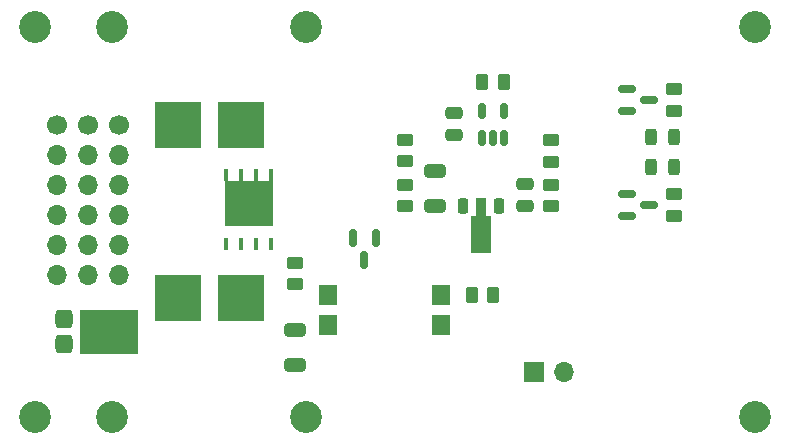
<source format=gbr>
%TF.GenerationSoftware,KiCad,Pcbnew,8.0.0*%
%TF.CreationDate,2024-11-10T13:42:00+01:00*%
%TF.ProjectId,polarizing_coil_driver,706f6c61-7269-47a6-996e-675f636f696c,rev?*%
%TF.SameCoordinates,Original*%
%TF.FileFunction,Soldermask,Top*%
%TF.FilePolarity,Negative*%
%FSLAX46Y46*%
G04 Gerber Fmt 4.6, Leading zero omitted, Abs format (unit mm)*
G04 Created by KiCad (PCBNEW 8.0.0) date 2024-11-10 13:42:00*
%MOMM*%
%LPD*%
G01*
G04 APERTURE LIST*
G04 Aperture macros list*
%AMRoundRect*
0 Rectangle with rounded corners*
0 $1 Rounding radius*
0 $2 $3 $4 $5 $6 $7 $8 $9 X,Y pos of 4 corners*
0 Add a 4 corners polygon primitive as box body*
4,1,4,$2,$3,$4,$5,$6,$7,$8,$9,$2,$3,0*
0 Add four circle primitives for the rounded corners*
1,1,$1+$1,$2,$3*
1,1,$1+$1,$4,$5*
1,1,$1+$1,$6,$7*
1,1,$1+$1,$8,$9*
0 Add four rect primitives between the rounded corners*
20,1,$1+$1,$2,$3,$4,$5,0*
20,1,$1+$1,$4,$5,$6,$7,0*
20,1,$1+$1,$6,$7,$8,$9,0*
20,1,$1+$1,$8,$9,$2,$3,0*%
%AMFreePoly0*
4,1,9,3.862500,-0.866500,0.737500,-0.866500,0.737500,-0.450000,-0.737500,-0.450000,-0.737500,0.450000,0.737500,0.450000,0.737500,0.866500,3.862500,0.866500,3.862500,-0.866500,3.862500,-0.866500,$1*%
G04 Aperture macros list end*
%ADD10C,0.000000*%
%ADD11C,2.700000*%
%ADD12C,1.700000*%
%ADD13O,1.700000X1.700000*%
%ADD14RoundRect,0.150000X-0.587500X-0.150000X0.587500X-0.150000X0.587500X0.150000X-0.587500X0.150000X0*%
%ADD15RoundRect,0.360000X0.360000X0.440000X-0.360000X0.440000X-0.360000X-0.440000X0.360000X-0.440000X0*%
%ADD16R,4.960000X3.800000*%
%ADD17R,1.500000X1.780000*%
%ADD18RoundRect,0.250000X-0.450000X0.262500X-0.450000X-0.262500X0.450000X-0.262500X0.450000X0.262500X0*%
%ADD19R,4.000000X4.000000*%
%ADD20RoundRect,0.150000X0.150000X-0.512500X0.150000X0.512500X-0.150000X0.512500X-0.150000X-0.512500X0*%
%ADD21RoundRect,0.250000X0.450000X-0.262500X0.450000X0.262500X-0.450000X0.262500X-0.450000X-0.262500X0*%
%ADD22RoundRect,0.150000X-0.150000X0.587500X-0.150000X-0.587500X0.150000X-0.587500X0.150000X0.587500X0*%
%ADD23R,1.700000X1.700000*%
%ADD24RoundRect,0.250000X0.650000X-0.325000X0.650000X0.325000X-0.650000X0.325000X-0.650000X-0.325000X0*%
%ADD25RoundRect,0.243750X0.243750X0.456250X-0.243750X0.456250X-0.243750X-0.456250X0.243750X-0.456250X0*%
%ADD26RoundRect,0.250000X-0.262500X-0.450000X0.262500X-0.450000X0.262500X0.450000X-0.262500X0.450000X0*%
%ADD27RoundRect,0.250000X0.475000X-0.250000X0.475000X0.250000X-0.475000X0.250000X-0.475000X-0.250000X0*%
%ADD28RoundRect,0.250000X-0.475000X0.250000X-0.475000X-0.250000X0.475000X-0.250000X0.475000X0.250000X0*%
%ADD29RoundRect,0.243750X-0.243750X-0.456250X0.243750X-0.456250X0.243750X0.456250X-0.243750X0.456250X0*%
%ADD30R,0.457200X1.016000*%
%ADD31R,3.988000X3.835000*%
%ADD32RoundRect,0.225000X-0.225000X0.425000X-0.225000X-0.425000X0.225000X-0.425000X0.225000X0.425000X0*%
%ADD33FreePoly0,270.000000*%
G04 APERTURE END LIST*
D10*
%TO.C,Q4*%
G36*
X123628900Y-120355433D02*
G01*
X119641100Y-120355433D01*
X119641100Y-116520033D01*
X123628900Y-116520033D01*
X123628900Y-120355433D01*
G37*
%TD*%
D11*
%TO.C,H3*%
X126500000Y-103500000D03*
%TD*%
D12*
%TO.C,J4*%
X105400000Y-111813245D03*
D13*
X105400000Y-114353245D03*
X105400000Y-116893245D03*
X105400000Y-119433245D03*
X105400000Y-121973245D03*
X105400000Y-124513245D03*
%TD*%
D14*
%TO.C,Q3*%
X153650000Y-117650000D03*
X153650000Y-119550000D03*
X155525000Y-118600000D03*
%TD*%
D15*
%TO.C,D3*%
X106000000Y-128270000D03*
X106000000Y-130400000D03*
D16*
X109800000Y-129335000D03*
%TD*%
D11*
%TO.C,H2*%
X103500000Y-136500000D03*
%TD*%
D17*
%TO.C,U3*%
X137865000Y-128770000D03*
X137865000Y-126230000D03*
X128335000Y-126230000D03*
X128335000Y-128770000D03*
%TD*%
D11*
%TO.C,H4*%
X164500000Y-136500000D03*
%TD*%
D18*
%TO.C,R8*%
X157587500Y-117687500D03*
X157587500Y-119512500D03*
%TD*%
D11*
%TO.C,H1*%
X103500000Y-103500000D03*
%TD*%
D18*
%TO.C,R6*%
X125500000Y-123487500D03*
X125500000Y-125312500D03*
%TD*%
D12*
%TO.C,J3*%
X108000000Y-111813245D03*
D13*
X108000000Y-114353245D03*
X108000000Y-116893245D03*
X108000000Y-119433245D03*
X108000000Y-121973245D03*
X108000000Y-124513245D03*
%TD*%
D11*
%TO.C,H5*%
X126500000Y-136500000D03*
%TD*%
D19*
%TO.C,TP4*%
X121000000Y-111813245D03*
%TD*%
D11*
%TO.C,H8*%
X164500000Y-103500000D03*
%TD*%
D20*
%TO.C,U2*%
X141356606Y-112887500D03*
X142306606Y-112887500D03*
X143256606Y-112887500D03*
X143256606Y-110612500D03*
X141356606Y-110612500D03*
%TD*%
D19*
%TO.C,TP1*%
X115600000Y-126500000D03*
%TD*%
D21*
%TO.C,R2*%
X134818750Y-114900000D03*
X134818750Y-113075000D03*
%TD*%
D22*
%TO.C,Q2*%
X132350000Y-121362500D03*
X130450000Y-121362500D03*
X131400000Y-123237500D03*
%TD*%
D14*
%TO.C,Q1*%
X153650000Y-108750000D03*
X153650000Y-110650000D03*
X155525000Y-109700000D03*
%TD*%
D21*
%TO.C,R1*%
X134818750Y-118700000D03*
X134818750Y-116875000D03*
%TD*%
D23*
%TO.C,J1*%
X145760000Y-132700000D03*
D13*
X148300000Y-132700000D03*
%TD*%
D24*
%TO.C,C1*%
X137418750Y-118700000D03*
X137418750Y-115750000D03*
%TD*%
%TO.C,C4*%
X125500000Y-132100000D03*
X125500000Y-129150000D03*
%TD*%
D11*
%TO.C,H7*%
X110000000Y-136500000D03*
%TD*%
D25*
%TO.C,D2*%
X157587500Y-115400000D03*
X155712500Y-115400000D03*
%TD*%
D18*
%TO.C,R7*%
X157587500Y-108787500D03*
X157587500Y-110612500D03*
%TD*%
D21*
%TO.C,R4*%
X147218750Y-114928437D03*
X147218750Y-113103437D03*
%TD*%
D26*
%TO.C,R9*%
X140487500Y-126230000D03*
X142312500Y-126230000D03*
%TD*%
D27*
%TO.C,C2*%
X145018750Y-118700000D03*
X145018750Y-116800000D03*
%TD*%
D19*
%TO.C,TP2*%
X121000000Y-126500000D03*
%TD*%
D12*
%TO.C,J2*%
X110600000Y-111813245D03*
D13*
X110600000Y-114353245D03*
X110600000Y-116893245D03*
X110600000Y-119433245D03*
X110600000Y-121973245D03*
X110600000Y-124513245D03*
%TD*%
D28*
%TO.C,C3*%
X138975852Y-110800000D03*
X138975852Y-112700000D03*
%TD*%
D29*
%TO.C,D1*%
X155712500Y-112800000D03*
X157587500Y-112800000D03*
%TD*%
D19*
%TO.C,TP3*%
X115610000Y-111813245D03*
%TD*%
D21*
%TO.C,R3*%
X147218750Y-118700000D03*
X147218750Y-116875000D03*
%TD*%
D11*
%TO.C,H6*%
X110000000Y-103500000D03*
%TD*%
D26*
%TO.C,R5*%
X141396311Y-108191189D03*
X143221311Y-108191189D03*
%TD*%
D30*
%TO.C,Q4*%
X119730000Y-121856845D03*
X121000000Y-121856845D03*
X122270000Y-121856845D03*
X123540000Y-121856845D03*
D31*
X121635000Y-118435045D03*
D30*
X123540000Y-116013245D03*
X122270000Y-116013245D03*
X121000000Y-116013245D03*
X119730000Y-116013245D03*
%TD*%
D32*
%TO.C,U4*%
X142781250Y-118700000D03*
D33*
X141281250Y-118787500D03*
D32*
X139781250Y-118700000D03*
%TD*%
M02*

</source>
